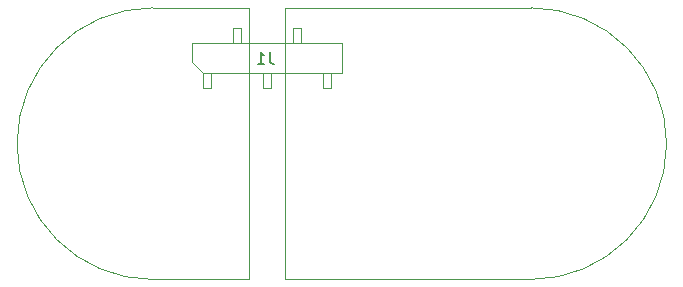
<source format=gbr>
G04 #@! TF.GenerationSoftware,KiCad,Pcbnew,(5.1.0)-1*
G04 #@! TF.CreationDate,2019-08-13T16:47:38+01:00*
G04 #@! TF.ProjectId,fp_baseline,66705f62-6173-4656-9c69-6e652e6b6963,rev?*
G04 #@! TF.SameCoordinates,Original*
G04 #@! TF.FileFunction,Other,Fab,Bot*
%FSLAX46Y46*%
G04 Gerber Fmt 4.6, Leading zero omitted, Abs format (unit mm)*
G04 Created by KiCad (PCBNEW (5.1.0)-1) date 2019-08-13 16:47:38*
%MOMM*%
%LPD*%
G04 APERTURE LIST*
%ADD10C,0.100000*%
%ADD11C,0.120000*%
%ADD12C,0.150000*%
G04 APERTURE END LIST*
D10*
X149050000Y-95320000D02*
X149050000Y-94050000D01*
X148410000Y-95320000D02*
X149050000Y-95320000D01*
X148410000Y-94050000D02*
X148410000Y-95320000D01*
X143970000Y-95320000D02*
X143970000Y-94050000D01*
X143330000Y-95320000D02*
X143970000Y-95320000D01*
X143330000Y-94050000D02*
X143330000Y-95320000D01*
X138890000Y-95320000D02*
X138890000Y-94050000D01*
X138250000Y-95320000D02*
X138890000Y-95320000D01*
X138250000Y-94050000D02*
X138250000Y-95320000D01*
X146510000Y-90240000D02*
X146510000Y-91510000D01*
X145870000Y-90240000D02*
X146510000Y-90240000D01*
X145870000Y-91510000D02*
X145870000Y-90240000D01*
X141430000Y-90240000D02*
X141430000Y-91510000D01*
X140790000Y-90240000D02*
X141430000Y-90240000D01*
X140790000Y-91510000D02*
X140790000Y-90240000D01*
X137300000Y-91510000D02*
X150000000Y-91510000D01*
X138250000Y-94050000D02*
X137300000Y-93100000D01*
X150000000Y-94050000D02*
X138250000Y-94050000D01*
X137300000Y-91510000D02*
X137300000Y-93100000D01*
X150000000Y-94050000D02*
X150000000Y-91510000D01*
D11*
X166000000Y-88500000D02*
G75*
G02X166000000Y-111500000I0J-11500000D01*
G01*
X134000000Y-88500000D02*
G75*
G03X134000000Y-111500000I0J-11500000D01*
G01*
X134000000Y-88500000D02*
X142150000Y-88500000D01*
X142150000Y-88500000D02*
X142150000Y-111500000D01*
X142150000Y-111500000D02*
X134000000Y-111500000D01*
X145150000Y-88500000D02*
X166000000Y-88500000D01*
X145150000Y-88500000D02*
X145150000Y-111500000D01*
X145150000Y-111500000D02*
X166000000Y-111500000D01*
D12*
X143883333Y-92242380D02*
X143883333Y-92956666D01*
X143930952Y-93099523D01*
X144026190Y-93194761D01*
X144169047Y-93242380D01*
X144264285Y-93242380D01*
X142883333Y-93242380D02*
X143454761Y-93242380D01*
X143169047Y-93242380D02*
X143169047Y-92242380D01*
X143264285Y-92385238D01*
X143359523Y-92480476D01*
X143454761Y-92528095D01*
M02*

</source>
